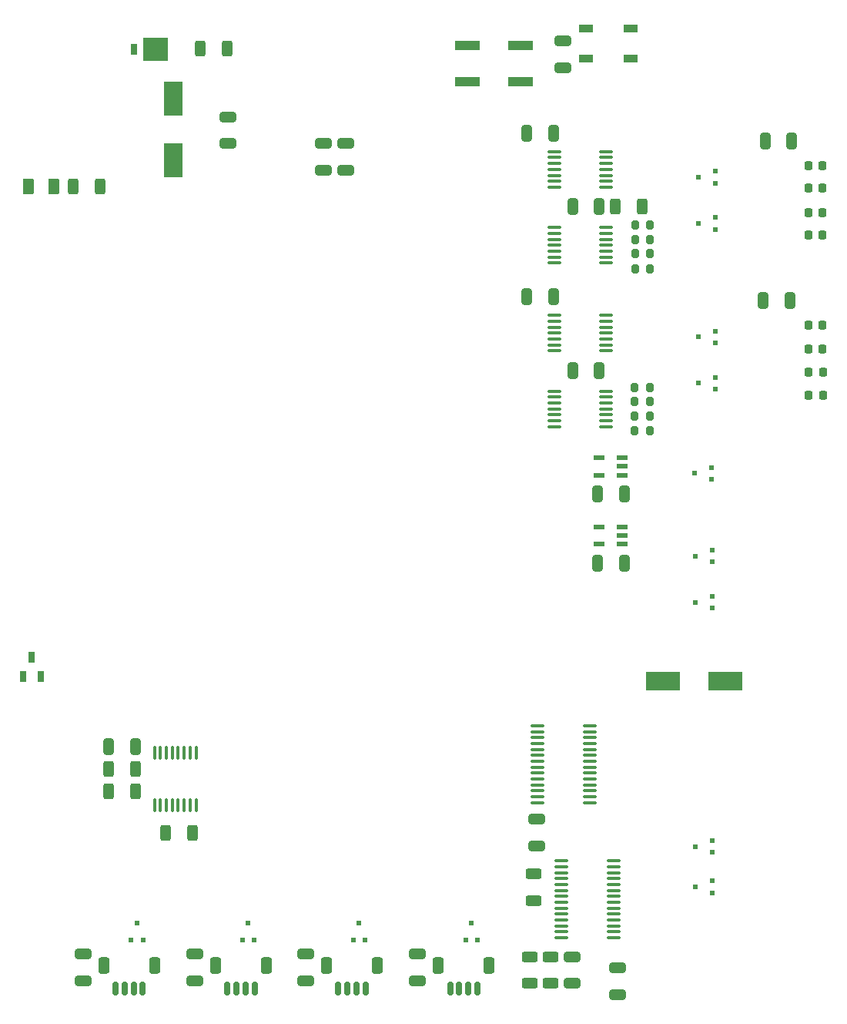
<source format=gbr>
%TF.GenerationSoftware,KiCad,Pcbnew,(6.0.8-1)-1*%
%TF.CreationDate,2023-12-28T14:34:08-05:00*%
%TF.ProjectId,Pico Robotic Controller,5069636f-2052-46f6-926f-74696320436f,V2*%
%TF.SameCoordinates,Original*%
%TF.FileFunction,Paste,Top*%
%TF.FilePolarity,Positive*%
%FSLAX46Y46*%
G04 Gerber Fmt 4.6, Leading zero omitted, Abs format (unit mm)*
G04 Created by KiCad (PCBNEW (6.0.8-1)-1) date 2023-12-28 14:34:08*
%MOMM*%
%LPD*%
G01*
G04 APERTURE LIST*
G04 Aperture macros list*
%AMRoundRect*
0 Rectangle with rounded corners*
0 $1 Rounding radius*
0 $2 $3 $4 $5 $6 $7 $8 $9 X,Y pos of 4 corners*
0 Add a 4 corners polygon primitive as box body*
4,1,4,$2,$3,$4,$5,$6,$7,$8,$9,$2,$3,0*
0 Add four circle primitives for the rounded corners*
1,1,$1+$1,$2,$3*
1,1,$1+$1,$4,$5*
1,1,$1+$1,$6,$7*
1,1,$1+$1,$8,$9*
0 Add four rect primitives between the rounded corners*
20,1,$1+$1,$2,$3,$4,$5,0*
20,1,$1+$1,$4,$5,$6,$7,0*
20,1,$1+$1,$6,$7,$8,$9,0*
20,1,$1+$1,$8,$9,$2,$3,0*%
G04 Aperture macros list end*
%ADD10RoundRect,0.250000X0.325000X0.650000X-0.325000X0.650000X-0.325000X-0.650000X0.325000X-0.650000X0*%
%ADD11RoundRect,0.250000X-0.625000X0.312500X-0.625000X-0.312500X0.625000X-0.312500X0.625000X0.312500X0*%
%ADD12RoundRect,0.150000X-0.150000X-0.625000X0.150000X-0.625000X0.150000X0.625000X-0.150000X0.625000X0*%
%ADD13RoundRect,0.250000X-0.350000X-0.650000X0.350000X-0.650000X0.350000X0.650000X-0.350000X0.650000X0*%
%ADD14R,0.600000X0.550000*%
%ADD15RoundRect,0.250000X0.312500X0.625000X-0.312500X0.625000X-0.312500X-0.625000X0.312500X-0.625000X0*%
%ADD16RoundRect,0.200000X-0.200000X-0.275000X0.200000X-0.275000X0.200000X0.275000X-0.200000X0.275000X0*%
%ADD17RoundRect,0.218750X-0.218750X-0.256250X0.218750X-0.256250X0.218750X0.256250X-0.218750X0.256250X0*%
%ADD18RoundRect,0.100000X-0.637500X-0.100000X0.637500X-0.100000X0.637500X0.100000X-0.637500X0.100000X0*%
%ADD19RoundRect,0.250000X-0.650000X0.325000X-0.650000X-0.325000X0.650000X-0.325000X0.650000X0.325000X0*%
%ADD20R,0.550000X0.600000*%
%ADD21R,3.850000X2.100000*%
%ADD22RoundRect,0.250000X-0.325000X-0.650000X0.325000X-0.650000X0.325000X0.650000X-0.325000X0.650000X0*%
%ADD23R,2.800000X1.000000*%
%ADD24R,1.200000X0.600000*%
%ADD25R,1.500000X0.900000*%
%ADD26RoundRect,0.250000X-0.312500X-0.625000X0.312500X-0.625000X0.312500X0.625000X-0.312500X0.625000X0*%
%ADD27RoundRect,0.100000X0.100000X-0.637500X0.100000X0.637500X-0.100000X0.637500X-0.100000X-0.637500X0*%
%ADD28RoundRect,0.100000X0.637500X0.100000X-0.637500X0.100000X-0.637500X-0.100000X0.637500X-0.100000X0*%
%ADD29RoundRect,0.250000X0.650000X-0.325000X0.650000X0.325000X-0.650000X0.325000X-0.650000X-0.325000X0*%
%ADD30R,2.670000X2.540000*%
%ADD31R,0.760000X1.270000*%
%ADD32RoundRect,0.250000X-0.375000X-0.625000X0.375000X-0.625000X0.375000X0.625000X-0.375000X0.625000X0*%
%ADD33R,0.650000X1.200000*%
%ADD34R,2.100000X3.850000*%
G04 APERTURE END LIST*
D10*
%TO.C,C7*%
X118467400Y-121767600D03*
X115517400Y-121767600D03*
%TD*%
D11*
%TO.C,R2*%
X161797000Y-144841500D03*
X161797000Y-147766500D03*
%TD*%
D10*
%TO.C,C14*%
X164441400Y-54330600D03*
X161491400Y-54330600D03*
%TD*%
D12*
%TO.C,X1*%
X116264000Y-148336600D03*
X117264000Y-148336600D03*
X118264000Y-148336600D03*
X119264000Y-148336600D03*
D13*
X114964000Y-145811600D03*
X120564000Y-145811600D03*
%TD*%
D14*
%TO.C,D15*%
X142402800Y-143012600D03*
X143702800Y-143012600D03*
X143052800Y-141162600D03*
%TD*%
D15*
%TO.C,R6*%
X118454900Y-126644400D03*
X115529900Y-126644400D03*
%TD*%
D16*
%TO.C,R16*%
X173368200Y-85420200D03*
X175018200Y-85420200D03*
%TD*%
D17*
%TO.C,D22*%
X192430300Y-78028800D03*
X194005300Y-78028800D03*
%TD*%
D18*
%TO.C,U7*%
X164498100Y-74351600D03*
X164498100Y-75001600D03*
X164498100Y-75651600D03*
X164498100Y-76301600D03*
X164498100Y-76951600D03*
X164498100Y-77601600D03*
X164498100Y-78251600D03*
X170223100Y-78251600D03*
X170223100Y-77601600D03*
X170223100Y-76951600D03*
X170223100Y-76301600D03*
X170223100Y-75651600D03*
X170223100Y-75001600D03*
X170223100Y-74351600D03*
%TD*%
D19*
%TO.C,C5*%
X141579600Y-55446400D03*
X141579600Y-58396400D03*
%TD*%
%TO.C,C22*%
X162534600Y-129690600D03*
X162534600Y-132640600D03*
%TD*%
D20*
%TO.C,D2*%
X181769400Y-92361600D03*
X181769400Y-91061600D03*
X179919400Y-91711600D03*
%TD*%
D21*
%TO.C,C12*%
X183277000Y-114584800D03*
X176477000Y-114584800D03*
%TD*%
D17*
%TO.C,D17*%
X192430300Y-75412600D03*
X194005300Y-75412600D03*
%TD*%
D14*
%TO.C,D14*%
X154747200Y-143012600D03*
X156047200Y-143012600D03*
X155397200Y-141162600D03*
%TD*%
D22*
%TO.C,C19*%
X187678800Y-55194200D03*
X190628800Y-55194200D03*
%TD*%
D23*
%TO.C,S1*%
X154964000Y-44686600D03*
X160764000Y-44686600D03*
X154964000Y-48686600D03*
X160764000Y-48686600D03*
%TD*%
D24*
%TO.C,U10*%
X172013400Y-99494400D03*
X172013400Y-98544400D03*
X172013400Y-97594400D03*
X169413400Y-97594400D03*
X169413400Y-99494400D03*
%TD*%
D25*
%TO.C,D3*%
X168014000Y-42836600D03*
X168014000Y-46136600D03*
X172914000Y-46136600D03*
X172914000Y-42836600D03*
%TD*%
D22*
%TO.C,C16*%
X169238400Y-94005400D03*
X172188400Y-94005400D03*
%TD*%
D17*
%TO.C,D19*%
X192430300Y-60350400D03*
X194005300Y-60350400D03*
%TD*%
D11*
%TO.C,R3*%
X162229800Y-135733600D03*
X162229800Y-138658600D03*
%TD*%
D12*
%TO.C,X2*%
X128564000Y-148336600D03*
X129564000Y-148336600D03*
X130564000Y-148336600D03*
X131564000Y-148336600D03*
D13*
X127264000Y-145811600D03*
X132864000Y-145811600D03*
%TD*%
D18*
%TO.C,U8*%
X164498100Y-56368400D03*
X164498100Y-57018400D03*
X164498100Y-57668400D03*
X164498100Y-58318400D03*
X164498100Y-58968400D03*
X164498100Y-59618400D03*
X164498100Y-60268400D03*
X170223100Y-60268400D03*
X170223100Y-59618400D03*
X170223100Y-58968400D03*
X170223100Y-58318400D03*
X170223100Y-57668400D03*
X170223100Y-57018400D03*
X170223100Y-56368400D03*
%TD*%
D20*
%TO.C,D9*%
X181843400Y-106531800D03*
X181843400Y-105231800D03*
X179993400Y-105881800D03*
%TD*%
D26*
%TO.C,R8*%
X111601500Y-60211600D03*
X114526500Y-60211600D03*
%TD*%
D27*
%TO.C,U5*%
X120559400Y-128186100D03*
X121209400Y-128186100D03*
X121859400Y-128186100D03*
X122509400Y-128186100D03*
X123159400Y-128186100D03*
X123809400Y-128186100D03*
X124459400Y-128186100D03*
X125109400Y-128186100D03*
X125109400Y-122461100D03*
X124459400Y-122461100D03*
X123809400Y-122461100D03*
X123159400Y-122461100D03*
X122509400Y-122461100D03*
X121859400Y-122461100D03*
X121209400Y-122461100D03*
X120559400Y-122461100D03*
%TD*%
D28*
%TO.C,U13*%
X168394300Y-127897600D03*
X168394300Y-127247600D03*
X168394300Y-126597600D03*
X168394300Y-125947600D03*
X168394300Y-125297600D03*
X168394300Y-124647600D03*
X168394300Y-123997600D03*
X168394300Y-123347600D03*
X168394300Y-122697600D03*
X168394300Y-122047600D03*
X168394300Y-121397600D03*
X168394300Y-120747600D03*
X168394300Y-120097600D03*
X168394300Y-119447600D03*
X162669300Y-119447600D03*
X162669300Y-120097600D03*
X162669300Y-120747600D03*
X162669300Y-121397600D03*
X162669300Y-122047600D03*
X162669300Y-122697600D03*
X162669300Y-123347600D03*
X162669300Y-123997600D03*
X162669300Y-124647600D03*
X162669300Y-125297600D03*
X162669300Y-125947600D03*
X162669300Y-126597600D03*
X162669300Y-127247600D03*
X162669300Y-127897600D03*
%TD*%
D17*
%TO.C,D18*%
X192430300Y-57886600D03*
X194005300Y-57886600D03*
%TD*%
D20*
%TO.C,D10*%
X181843400Y-137810000D03*
X181843400Y-136510000D03*
X179993400Y-137160000D03*
%TD*%
D16*
%TO.C,R17*%
X173368200Y-86995000D03*
X175018200Y-86995000D03*
%TD*%
%TO.C,R12*%
X173393600Y-66014600D03*
X175043600Y-66014600D03*
%TD*%
D29*
%TO.C,C8*%
X112664000Y-147506600D03*
X112664000Y-144556600D03*
%TD*%
D11*
%TO.C,R4*%
X164122000Y-144841500D03*
X164122000Y-147766500D03*
%TD*%
D29*
%TO.C,C9*%
X124964000Y-147511600D03*
X124964000Y-144561600D03*
%TD*%
%TO.C,C10*%
X137164000Y-147506600D03*
X137164000Y-144556600D03*
%TD*%
D20*
%TO.C,D6*%
X182239400Y-64912000D03*
X182239400Y-63612000D03*
X180389400Y-64262000D03*
%TD*%
D17*
%TO.C,D23*%
X192455700Y-80568800D03*
X194030700Y-80568800D03*
%TD*%
D16*
%TO.C,R15*%
X173368200Y-83845400D03*
X175018200Y-83845400D03*
%TD*%
D29*
%TO.C,C11*%
X149464000Y-147506600D03*
X149464000Y-144556600D03*
%TD*%
D19*
%TO.C,C3*%
X165481000Y-44221400D03*
X165481000Y-47171400D03*
%TD*%
D10*
%TO.C,C21*%
X169470600Y-62407800D03*
X166520600Y-62407800D03*
%TD*%
D15*
%TO.C,R7*%
X124726500Y-131211600D03*
X121801500Y-131211600D03*
%TD*%
D22*
%TO.C,C18*%
X187501000Y-72720200D03*
X190451000Y-72720200D03*
%TD*%
D20*
%TO.C,D11*%
X181843400Y-133365000D03*
X181843400Y-132065000D03*
X179993400Y-132715000D03*
%TD*%
D12*
%TO.C,X4*%
X153064000Y-148336600D03*
X154064000Y-148336600D03*
X155064000Y-148336600D03*
X156064000Y-148336600D03*
D13*
X151764000Y-145811600D03*
X157364000Y-145811600D03*
%TD*%
D30*
%TO.C,D1*%
X120664000Y-45111600D03*
D31*
X118309000Y-45111600D03*
%TD*%
D16*
%TO.C,R11*%
X173393600Y-64439800D03*
X175043600Y-64439800D03*
%TD*%
D19*
%TO.C,C4*%
X139094000Y-55446400D03*
X139094000Y-58396400D03*
%TD*%
D15*
%TO.C,R5*%
X118454900Y-124206000D03*
X115529900Y-124206000D03*
%TD*%
D32*
%TO.C,D16*%
X106664000Y-60211600D03*
X109464000Y-60211600D03*
%TD*%
D18*
%TO.C,U12*%
X164498100Y-64699600D03*
X164498100Y-65349600D03*
X164498100Y-65999600D03*
X164498100Y-66649600D03*
X164498100Y-67299600D03*
X164498100Y-67949600D03*
X164498100Y-68599600D03*
X170223100Y-68599600D03*
X170223100Y-67949600D03*
X170223100Y-67299600D03*
X170223100Y-66649600D03*
X170223100Y-65999600D03*
X170223100Y-65349600D03*
X170223100Y-64699600D03*
%TD*%
D14*
%TO.C,D12*%
X117968000Y-142961800D03*
X119268000Y-142961800D03*
X118618000Y-141111800D03*
%TD*%
D16*
%TO.C,R14*%
X173393600Y-69215000D03*
X175043600Y-69215000D03*
%TD*%
D18*
%TO.C,U11*%
X164498100Y-82682800D03*
X164498100Y-83332800D03*
X164498100Y-83982800D03*
X164498100Y-84632800D03*
X164498100Y-85282800D03*
X164498100Y-85932800D03*
X164498100Y-86582800D03*
X170223100Y-86582800D03*
X170223100Y-85932800D03*
X170223100Y-85282800D03*
X170223100Y-84632800D03*
X170223100Y-83982800D03*
X170223100Y-83332800D03*
X170223100Y-82682800D03*
%TD*%
D20*
%TO.C,D5*%
X182239400Y-77378000D03*
X182239400Y-76078000D03*
X180389400Y-76728000D03*
%TD*%
D17*
%TO.C,D24*%
X192455700Y-83134200D03*
X194030700Y-83134200D03*
%TD*%
D19*
%TO.C,C1*%
X128625600Y-52536600D03*
X128625600Y-55486600D03*
%TD*%
D33*
%TO.C,Q1*%
X106104000Y-114061600D03*
X108024000Y-114061600D03*
X107064000Y-111961600D03*
%TD*%
D16*
%TO.C,R13*%
X173393600Y-67589400D03*
X175043600Y-67589400D03*
%TD*%
D29*
%TO.C,C13*%
X171450000Y-148971600D03*
X171450000Y-146021600D03*
%TD*%
D24*
%TO.C,U9*%
X172013400Y-91907400D03*
X172013400Y-90957400D03*
X172013400Y-90007400D03*
X169413400Y-90007400D03*
X169413400Y-91907400D03*
%TD*%
D12*
%TO.C,X3*%
X140764000Y-148336600D03*
X141764000Y-148336600D03*
X142764000Y-148336600D03*
X143764000Y-148336600D03*
D13*
X139464000Y-145811600D03*
X145064000Y-145811600D03*
%TD*%
D34*
%TO.C,C2*%
X122614000Y-50511600D03*
X122614000Y-57311600D03*
%TD*%
D10*
%TO.C,C20*%
X169470600Y-80467200D03*
X166520600Y-80467200D03*
%TD*%
D28*
%TO.C,U4*%
X171009500Y-142756600D03*
X171009500Y-142106600D03*
X171009500Y-141456600D03*
X171009500Y-140806600D03*
X171009500Y-140156600D03*
X171009500Y-139506600D03*
X171009500Y-138856600D03*
X171009500Y-138206600D03*
X171009500Y-137556600D03*
X171009500Y-136906600D03*
X171009500Y-136256600D03*
X171009500Y-135606600D03*
X171009500Y-134956600D03*
X171009500Y-134306600D03*
X165284500Y-134306600D03*
X165284500Y-134956600D03*
X165284500Y-135606600D03*
X165284500Y-136256600D03*
X165284500Y-136906600D03*
X165284500Y-137556600D03*
X165284500Y-138206600D03*
X165284500Y-138856600D03*
X165284500Y-139506600D03*
X165284500Y-140156600D03*
X165284500Y-140806600D03*
X165284500Y-141456600D03*
X165284500Y-142106600D03*
X165284500Y-142756600D03*
%TD*%
D20*
%TO.C,D7*%
X182239400Y-59832000D03*
X182239400Y-58532000D03*
X180389400Y-59182000D03*
%TD*%
%TO.C,D4*%
X182239400Y-82458000D03*
X182239400Y-81158000D03*
X180389400Y-81808000D03*
%TD*%
%TO.C,D8*%
X181843400Y-101451800D03*
X181843400Y-100151800D03*
X179993400Y-100801800D03*
%TD*%
D16*
%TO.C,R10*%
X173368200Y-82282000D03*
X175018200Y-82282000D03*
%TD*%
D14*
%TO.C,D13*%
X130214000Y-142961800D03*
X131514000Y-142961800D03*
X130864000Y-141111800D03*
%TD*%
D22*
%TO.C,C17*%
X169238400Y-101574600D03*
X172188400Y-101574600D03*
%TD*%
D17*
%TO.C,D20*%
X192430300Y-63093600D03*
X194005300Y-63093600D03*
%TD*%
D26*
%TO.C,R1*%
X125601500Y-45011600D03*
X128526500Y-45011600D03*
%TD*%
D17*
%TO.C,D21*%
X192430200Y-65532000D03*
X194005200Y-65532000D03*
%TD*%
D10*
%TO.C,C15*%
X164441400Y-72288400D03*
X161491400Y-72288400D03*
%TD*%
D15*
%TO.C,R9*%
X174157100Y-62407800D03*
X171232100Y-62407800D03*
%TD*%
D19*
%TO.C,C6*%
X166497000Y-144829000D03*
X166497000Y-147779000D03*
%TD*%
M02*

</source>
